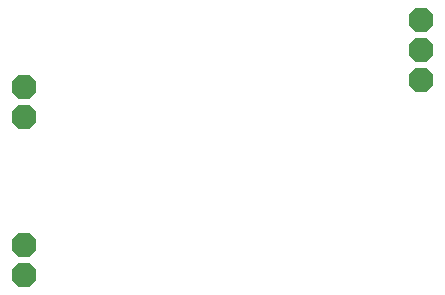
<source format=gbs>
G04 EAGLE Gerber RS-274X export*
G75*
%MOMM*%
%FSLAX34Y34*%
%LPD*%
%INSoldermask Bottom*%
%IPPOS*%
%AMOC8*
5,1,8,0,0,1.08239X$1,22.5*%
G01*
%ADD10P,2.226909X8X292.500000*%


D10*
X25400Y171450D03*
X25400Y196850D03*
X25400Y38100D03*
X25400Y63500D03*
X361950Y228600D03*
X361950Y254000D03*
X361950Y203200D03*
M02*

</source>
